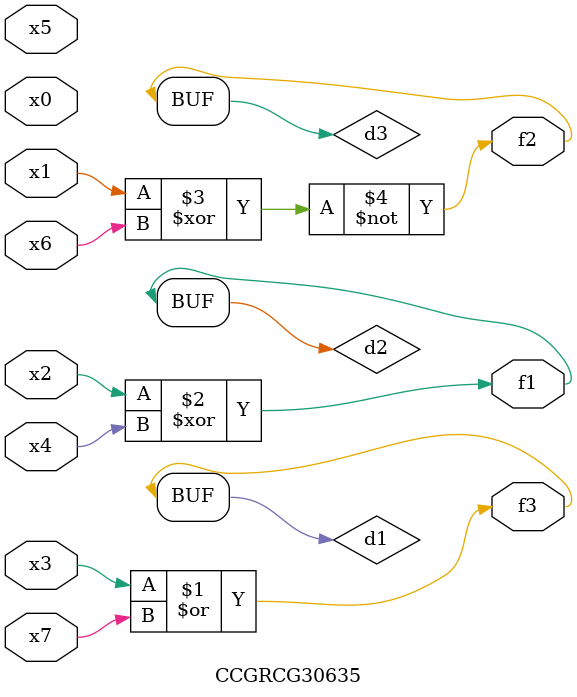
<source format=v>
module CCGRCG30635(
	input x0, x1, x2, x3, x4, x5, x6, x7,
	output f1, f2, f3
);

	wire d1, d2, d3;

	or (d1, x3, x7);
	xor (d2, x2, x4);
	xnor (d3, x1, x6);
	assign f1 = d2;
	assign f2 = d3;
	assign f3 = d1;
endmodule

</source>
